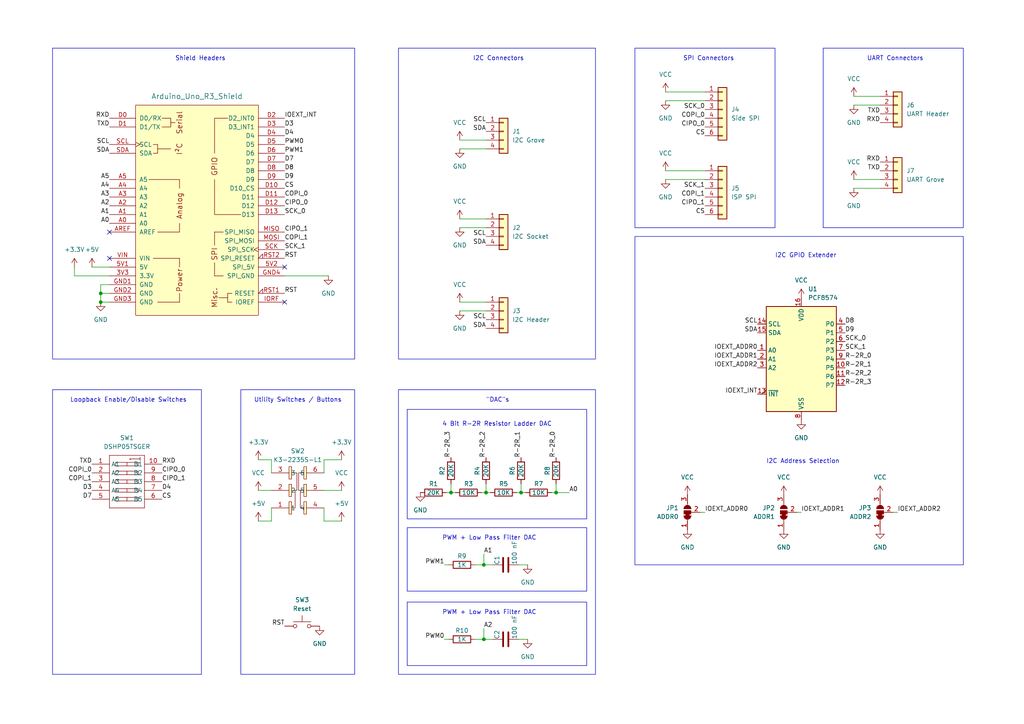
<source format=kicad_sch>
(kicad_sch (version 20230121) (generator eeschema)
  (paper "A4")
  (title_block (title "RIOT Peripheral Selftest Shield") (date "2023-08-30") (rev "0.3") (company "OVGU"))
  (lib_symbols
    (symbol "Connector_Generic:Conn_01x04" (pin_names (offset 1.016) hide)
      (property "Reference" "J" (at 0 5.08 0))
      (property "Value" "Conn_01x04" (at 0 -7.62 0))
      (symbol "Conn_01x04_1_1"
        (rectangle (start -1.27 -4.953) (end 0 -5.207) (stroke (width 0.1524)))
        (rectangle (start -1.27 -2.413) (end 0 -2.667) (stroke (width 0.1524)))
        (rectangle (start -1.27 0.127) (end 0 -0.127) (stroke (width 0.1524)))
        (rectangle (start -1.27 2.667) (end 0 2.413) (stroke (width 0.1524)))
        (rectangle (start -1.27 3.81) (end 1.27 -6.35) (stroke (width 0.254)) (fill (type background)))
        (pin passive line (at -5.08 2.54 0) (length 3.81) (name "Pin_1") (number "1"))
        (pin passive line (at -5.08 0 0) (length 3.81) (name "Pin_2") (number "2"))
        (pin passive line (at -5.08 -2.54 0) (length 3.81) (name "Pin_3") (number "3"))
        (pin passive line (at -5.08 -5.08 0) (length 3.81) (name "Pin_4") (number "4"))
      )
    )
    (symbol "Connector_Generic:Conn_01x06" (pin_names (offset 1.016) hide)
      (property "Reference" "J" (at 0 7.62 0))
      (property "Value" "Conn_01x06" (at 0 -10.16 0))
      (symbol "Conn_01x06_1_1"
        (rectangle (start -1.27 -7.493) (end 0 -7.747) (stroke (width 0.1524)))
        (rectangle (start -1.27 -4.953) (end 0 -5.207) (stroke (width 0.1524)))
        (rectangle (start -1.27 -2.413) (end 0 -2.667) (stroke (width 0.1524)))
        (rectangle (start -1.27 0.127) (end 0 -0.127) (stroke (width 0.1524)))
        (rectangle (start -1.27 2.667) (end 0 2.413) (stroke (width 0.1524)))
        (rectangle (start -1.27 5.207) (end 0 4.953) (stroke (width 0.1524)))
        (rectangle (start -1.27 6.35) (end 1.27 -8.89) (stroke (width 0.254)) (fill (type background)))
        (pin passive line (at -5.08 5.08 0) (length 3.81) (name "Pin_1") (number "1"))
        (pin passive line (at -5.08 2.54 0) (length 3.81) (name "Pin_2") (number "2"))
        (pin passive line (at -5.08 0 0) (length 3.81) (name "Pin_3") (number "3"))
        (pin passive line (at -5.08 -2.54 0) (length 3.81) (name "Pin_4") (number "4"))
        (pin passive line (at -5.08 -5.08 0) (length 3.81) (name "Pin_5") (number "5"))
        (pin passive line (at -5.08 -7.62 0) (length 3.81) (name "Pin_6") (number "6"))
      )
    )
    (symbol "Custom Symbols:Arduino_Uno_R3_Shield" (pin_names (offset 1.016))
      (property "Reference" "XA1" (at 0 35.56 0))
      (property "Value" "Arduino UNO Headers" (at 0 33.02 0))
      (symbol "Arduino_Uno_R3_Shield_0_0"
        (rectangle (start -17.78 30.48) (end 17.78 -30.48) (fill (type background)))
        (rectangle (start -12.7 -13.97) (end -5.08 -13.97))
        (rectangle (start -11.43 -26.67) (end -5.08 -26.67))
        (polyline (pts (xy -11.43 17.78) (xy -7.62 17.78)))
        (polyline (pts (xy -7.62 25.4) (xy -6.35 25.4)))
        (polyline (pts (xy -5.08 -26.67) (xy -5.08 -24.13)))
        (polyline (pts (xy -5.08 -15.24) (xy -5.08 -16.51)))
        (polyline (pts (xy -5.08 -13.97) (xy -5.08 -15.24)))
        (polyline (pts (xy -5.08 -3.81) (xy -5.08 -6.35) (xy -11.43 -6.35)))
        (polyline (pts (xy -5.08 6.35) (xy -5.08 8.89) (xy -13.97 8.89)))
        (polyline (pts (xy 5.08 8.89) (xy 5.08 -1.27) (xy 12.7 -1.27)))
        (polyline (pts (xy 5.08 16.51) (xy 5.08 26.67) (xy 8.89 26.67)))
        (polyline (pts (xy -12.7 19.05) (xy -11.43 19.05) (xy -11.43 16.51) (xy -12.7 16.51)))
        (polyline (pts (xy -10.16 26.67) (xy -7.62 26.67) (xy -7.62 24.13) (xy -10.16 24.13)))
        (rectangle (start 5.08 -19.05) (end 5.08 -15.24))
        (rectangle (start 5.08 -19.05) (end 7.62 -19.05))
        (rectangle (start 5.08 -10.16) (end 5.08 -6.35))
        (rectangle (start 7.62 -6.35) (end 5.08 -6.35))
        (rectangle (start 8.89 -25.4) (end 6.35 -25.4))
        (rectangle (start 8.89 -24.13) (end 8.89 -26.67))
        (rectangle (start 10.16 -26.67) (end 8.89 -26.67))
        (rectangle (start 10.16 -24.13) (end 8.89 -24.13))
        (text "Analog" (at -5.08 1.27 900) (effects (font (size 1.524 1.524))))
        (text "I²C" (at -5.08 17.78 900) (effects (font (size 1.524 1.524))))
        (text "Misc." (at 5.08 -25.4 900) (effects (font (size 1.524 1.524))))
        (text "Power" (at -5.08 -20.32 900) (effects (font (size 1.524 1.524))))
        (text "Serial" (at -5.08 25.4 900) (effects (font (size 1.524 1.524))))
        (text "SPI" (at 5.08 -12.7 900) (effects (font (size 1.524 1.524))))
      )
      (symbol "Arduino_Uno_R3_Shield_1_0"
        (text "GPIO" (at 5.08 12.7 900) (effects (font (size 1.524 1.524))))
      )
      (symbol "Arduino_Uno_R3_Shield_1_1"
        (pin power_out line (at -25.4 -19.05 0) (length 7.62) (name "3.3V") (number "3V3"))
        (pin power_in line (at -25.4 -16.51 0) (length 7.62) (name "5V") (number "5V1"))
        (pin power_in line (at 25.4 -16.51 180) (length 7.62) (name "SPI_5V") (number "5V2"))
        (pin bidirectional line (at -25.4 -3.81 0) (length 7.62) (name "A0") (number "A0"))
        (pin bidirectional line (at -25.4 -1.27 0) (length 7.62) (name "A1") (number "A1"))
        (pin bidirectional line (at -25.4 1.27 0) (length 7.62) (name "A2") (number "A2"))
        (pin bidirectional line (at -25.4 3.81 0) (length 7.62) (name "A3") (number "A3"))
        (pin bidirectional line (at -25.4 6.35 0) (length 7.62) (name "A4") (number "A4"))
        (pin bidirectional line (at -25.4 8.89 0) (length 7.62) (name "A5") (number "A5"))
        (pin input line (at -25.4 -6.35 0) (length 7.62) (name "AREF") (number "AREF"))
        (pin bidirectional line (at -25.4 26.67 0) (length 7.62) (name "D0/RX") (number "D0"))
        (pin bidirectional line (at -25.4 24.13 0) (length 7.62) (name "D1/TX") (number "D1"))
        (pin bidirectional line (at 25.4 6.35 180) (length 7.62) (name "D10_CS") (number "D10"))
        (pin bidirectional line (at 25.4 3.81 180) (length 7.62) (name "D11") (number "D11"))
        (pin bidirectional line (at 25.4 1.27 180) (length 7.62) (name "D12") (number "D12"))
        (pin bidirectional line (at 25.4 -1.27 180) (length 7.62) (name "D13") (number "D13"))
        (pin bidirectional line (at 25.4 26.67 180) (length 7.62) (name "D2_INT0") (number "D2"))
        (pin bidirectional line (at 25.4 24.13 180) (length 7.62) (name "D3_INT1") (number "D3"))
        (pin bidirectional line (at 25.4 21.59 180) (length 7.62) (name "D4") (number "D4"))
        (pin bidirectional line (at 25.4 19.05 180) (length 7.62) (name "D5") (number "D5"))
        (pin bidirectional line (at 25.4 16.51 180) (length 7.62) (name "D6") (number "D6"))
        (pin bidirectional line (at 25.4 13.97 180) (length 7.62) (name "D7") (number "D7"))
        (pin bidirectional line (at 25.4 11.43 180) (length 7.62) (name "D8") (number "D8"))
        (pin bidirectional line (at 25.4 8.89 180) (length 7.62) (name "D9") (number "D9"))
        (pin power_in line (at -25.4 -21.59 0) (length 7.62) (name "GND") (number "GND1"))
        (pin power_in line (at -25.4 -24.13 0) (length 7.62) (name "GND") (number "GND2"))
        (pin power_in line (at -25.4 -26.67 0) (length 7.62) (name "GND") (number "GND3"))
        (pin power_in line (at 25.4 -19.05 180) (length 7.62) (name "SPI_GND") (number "GND4"))
        (pin output line (at 25.4 -26.67 180) (length 7.62) (name "IOREF") (number "IORF"))
        (pin input line (at 25.4 -6.35 180) (length 7.62) (name "SPI_MISO") (number "MISO"))
        (pin output line (at 25.4 -8.89 180) (length 7.62) (name "SPI_MOSI") (number "MOSI"))
        (pin open_collector input_low (at 25.4 -24.13 180) (length 7.62) (name "RESET") (number "RST1"))
        (pin open_collector input_low (at 25.4 -13.97 180) (length 7.62) (name "SPI_RESET") (number "RST2"))
        (pin output clock (at 25.4 -11.43 180) (length 7.62) (name "SPI_SCK") (number "SCK"))
        (pin bidirectional clock (at -25.4 19.05 0) (length 7.62) (name "SCL") (number "SCL"))
        (pin bidirectional line (at -25.4 16.51 0) (length 7.62) (name "SDA") (number "SDA"))
        (pin power_in line (at -25.4 -13.97 0) (length 7.62) (name "VIN") (number "VIN"))
      )
    )
    (symbol "Custom Symbols:DSHP05TSGER"
      (property "Reference" "SW" (at 0 10.16 0))
      (property "Value" "DSHP05TSGER" (at 0 -10.16 0))
      (symbol "DSHP05TSGER_0_1"
        (polyline (pts (xy -5.08 -7.62) (xy 5.08 -7.62)))
        (polyline (pts (xy -5.08 7.62) (xy -5.08 -7.62)))
        (polyline (pts (xy -3.3 -5.59) (xy -3.3 -4.57)))
        (polyline (pts (xy -3.3 -4.57) (xy 3.3 -4.57)))
        (polyline (pts (xy -3.3 -3.05) (xy -3.3 -2.03)))
        (polyline (pts (xy -3.3 -2.03) (xy 3.3 -2.03)))
        (polyline (pts (xy -3.3 -0.51) (xy -3.3 0.51)))
        (polyline (pts (xy -3.3 0.51) (xy 3.3 0.51)))
        (polyline (pts (xy -3.3 2.03) (xy -3.3 3.05)))
        (polyline (pts (xy -3.3 3.05) (xy 3.3 3.05)))
        (polyline (pts (xy -3.3 4.57) (xy -3.3 5.59)))
        (polyline (pts (xy -3.3 5.59) (xy 3.3 5.59)))
        (polyline (pts (xy 0 -4.57) (xy 0 -5.59)))
        (polyline (pts (xy 0 -2.03) (xy 0 -3.05)))
        (polyline (pts (xy 0 0.51) (xy 0 -0.51)))
        (polyline (pts (xy 0 3.05) (xy 0 2.03)))
        (polyline (pts (xy 0 5.59) (xy 0 4.57)))
        (polyline (pts (xy 0.76 6.6) (xy 3.81 6.6)))
        (polyline (pts (xy 1.02 6.35) (xy 0.76 6.6)))
        (polyline (pts (xy 3.3 -5.59) (xy -3.3 -5.59)))
        (polyline (pts (xy 3.3 -4.57) (xy 3.3 -5.59)))
        (polyline (pts (xy 3.3 -3.05) (xy -3.3 -3.05)))
        (polyline (pts (xy 3.3 -2.03) (xy 3.3 -3.05)))
        (polyline (pts (xy 3.3 -0.51) (xy -3.3 -0.51)))
        (polyline (pts (xy 3.3 0.51) (xy 3.3 -0.51)))
        (polyline (pts (xy 3.3 2.03) (xy -3.3 2.03)))
        (polyline (pts (xy 3.3 3.05) (xy 3.3 2.03)))
        (polyline (pts (xy 3.3 4.57) (xy -3.3 4.57)))
        (polyline (pts (xy 3.3 5.59) (xy 3.3 4.57)))
        (polyline (pts (xy 3.81 7.11) (xy 3.81 6.1)))
        (polyline (pts (xy 5.08 -7.62) (xy 5.08 7.62)))
        (polyline (pts (xy 5.08 7.62) (xy -5.08 7.62)))
        (pin input line (at 10.16 2.54 180) (length 5.08) (name "B2") (number "9"))
      )
      (symbol "DSHP05TSGER_1_1"
        (pin passive line (at -10.16 5.08 0) (length 5.08) (name "A1") (number "1"))
        (pin passive line (at 10.16 5.08 180) (length 5.08) (name "B1") (number "10"))
        (pin passive line (at -10.16 2.54 0) (length 5.08) (name "A2") (number "2"))
        (pin passive line (at -10.16 0 0) (length 5.08) (name "A3") (number "3"))
        (pin passive line (at -10.16 -2.54 0) (length 5.08) (name "A4") (number "4"))
        (pin passive line (at -10.16 -5.08 0) (length 5.08) (name "A5") (number "5"))
        (pin passive line (at 10.16 -5.08 180) (length 5.08) (name "B5") (number "6"))
        (pin passive line (at 10.16 -2.54 180) (length 5.08) (name "B4") (number "7"))
        (pin passive line (at 10.16 0 180) (length 5.08) (name "B3") (number "8"))
      )
    )
    (symbol "Custom Symbols:K3-2235S-L1"
      (property "Reference" "SW" (at 0 12.7 0))
      (property "Value" "K3-2235S-L1" (at 0 -12.7 0))
      (symbol "K3-2235S-L1_0_1"
        (rectangle (start -6.86 -1.78) (end -3.3 -2.54) (fill (type background)))
        (rectangle (start -6.86 2.54) (end -3.3 1.78) (fill (type background)))
        (rectangle (start -1.78 -1.78) (end 1.78 -2.54) (fill (type background)))
        (rectangle (start -1.78 2.54) (end 1.78 1.78) (fill (type background)))
        (polyline (pts (xy -5.08 -1.78) (xy -5.08 -0.76) (xy 0 -0.76) (xy 0 -1.78)))
        (polyline (pts (xy -5.08 1.78) (xy -5.08 0.76) (xy 0 0.76) (xy 0 1.78)))
        (polyline (pts (xy 0 -0.76) (xy 0 -0.25) (xy 5.08 -0.25) (xy 5.08 -1.78)))
        (polyline (pts (xy 0 0.76) (xy 0 0.25) (xy 5.08 0.25) (xy 5.08 1.78)))
        (rectangle (start 3.3 -1.78) (end 6.86 -2.54) (fill (type background)))
        (rectangle (start 3.3 2.54) (end 6.86 1.78) (fill (type background)))
        (pin unspecified line (at -5.08 7.62 270) (length 5.08) (name "1") (number "1"))
        (pin unspecified line (at 0 7.62 270) (length 5.08) (name "2") (number "2"))
        (pin unspecified line (at 5.08 7.62 270) (length 5.08) (name "3") (number "3"))
        (pin unspecified line (at -5.08 -7.62 90) (length 5.08) (name "4") (number "4"))
        (pin unspecified line (at 0 -7.62 90) (length 5.08) (name "5") (number "5"))
        (pin unspecified line (at 5.08 -7.62 90) (length 5.08) (name "6") (number "6"))
      )
    )
    (symbol "Device:C" (pin_numbers hide) (pin_names (offset 0.254))
      (property "Reference" "C" (at 0.635 2.54 0))
      (property "Value" "C" (at 0.635 -2.54 0))
      (symbol "C_0_1"
        (polyline (pts (xy -2.032 -0.762) (xy 2.032 -0.762)) (stroke (width 0.508)))
        (polyline (pts (xy -2.032 0.762) (xy 2.032 0.762)) (stroke (width 0.508)))
      )
      (symbol "C_1_1"
        (pin passive line (at 0 3.81 270) (length 2.794) (name "~") (number "1"))
        (pin passive line (at 0 -3.81 90) (length 2.794) (name "~") (number "2"))
      )
    )
    (symbol "Device:R" (pin_numbers hide) (pin_names (offset 0))
      (property "Reference" "R" (at 2.032 0 90))
      (property "Value" "R" (at 0 0 90))
      (symbol "R_0_1"
        (rectangle (start -1.016 -2.54) (end 1.016 2.54) (stroke (width 0.254)))
      )
      (symbol "R_1_1"
        (pin passive line (at 0 3.81 270) (length 1.27) (name "~") (number "1"))
        (pin passive line (at 0 -3.81 90) (length 1.27) (name "~") (number "2"))
      )
    )
    (symbol "Interface_Expansion:PCF8574"
      (property "Reference" "U" (at -8.89 16.51 0))
      (property "Value" "PCF8574" (at 2.54 16.51 0))
      (symbol "PCF8574_0_1"
        (rectangle (start -10.16 15.24) (end 10.16 -15.24) (stroke (width 0.254)) (fill (type background)))
      )
      (symbol "PCF8574_1_1"
        (pin input line (at -12.7 2.54 0) (length 2.54) (name "A0") (number "1"))
        (pin bidirectional line (at 12.7 -2.54 180) (length 2.54) (name "P5") (number "10"))
        (pin bidirectional line (at 12.7 -5.08 180) (length 2.54) (name "P6") (number "11"))
        (pin bidirectional line (at 12.7 -7.62 180) (length 2.54) (name "P7") (number "12"))
        (pin open_collector output_low (at -12.7 -10.16 0) (length 2.54) (name "~{INT}") (number "13"))
        (pin input line (at -12.7 10.16 0) (length 2.54) (name "SCL") (number "14"))
        (pin bidirectional line (at -12.7 7.62 0) (length 2.54) (name "SDA") (number "15"))
        (pin power_in line (at 0 17.78 270) (length 2.54) (name "VDD") (number "16"))
        (pin input line (at -12.7 0 0) (length 2.54) (name "A1") (number "2"))
        (pin input line (at -12.7 -2.54 0) (length 2.54) (name "A2") (number "3"))
        (pin bidirectional line (at 12.7 10.16 180) (length 2.54) (name "P0") (number "4"))
        (pin bidirectional line (at 12.7 7.62 180) (length 2.54) (name "P1") (number "5"))
        (pin bidirectional line (at 12.7 5.08 180) (length 2.54) (name "P2") (number "6"))
        (pin bidirectional line (at 12.7 2.54 180) (length 2.54) (name "P3") (number "7"))
        (pin power_in line (at 0 -17.78 90) (length 2.54) (name "VSS") (number "8"))
        (pin bidirectional line (at 12.7 0 180) (length 2.54) (name "P4") (number "9"))
      )
    )
    (symbol "Jumper:SolderJumper_3_Bridged12" (pin_names (offset 0) hide)
      (property "Reference" "JP" (at -2.54 -2.54 0))
      (property "Value" "SolderJumper_3_Bridged12" (at 0 2.794 0))
      (symbol "SolderJumper_3_Bridged12_0_1"
        (rectangle (start -1.016 0.508) (end -0.508 -0.508) (fill (type outline)))
        (arc (start -1.016 1.016) (mid -2.0276 0) (end -1.016 -1.016))
        (arc (start -1.016 1.016) (mid -2.0276 0) (end -1.016 -1.016) (fill (type outline)))
        (rectangle (start -0.508 1.016) (end 0.508 -1.016) (fill (type outline)))
        (polyline (pts (xy -2.54 0) (xy -2.032 0)))
        (polyline (pts (xy -1.016 1.016) (xy -1.016 -1.016)))
        (polyline (pts (xy 0 -1.27) (xy 0 -1.016)))
        (polyline (pts (xy 1.016 1.016) (xy 1.016 -1.016)))
        (polyline (pts (xy 2.54 0) (xy 2.032 0)))
        (arc (start 1.016 -1.016) (mid 2.0276 0) (end 1.016 1.016))
        (arc (start 1.016 -1.016) (mid 2.0276 0) (end 1.016 1.016) (fill (type outline)))
      )
      (symbol "SolderJumper_3_Bridged12_1_1"
        (pin passive line (at -5.08 0 0) (length 2.54) (name "A") (number "1"))
        (pin passive line (at 0 -3.81 90) (length 2.54) (name "C") (number "2"))
        (pin passive line (at 5.08 0 180) (length 2.54) (name "B") (number "3"))
      )
    )
    (symbol "Switch:SW_Push" (pin_numbers hide) (pin_names (offset 1.016) hide)
      (property "Reference" "SW" (at 1.27 2.54 0))
      (property "Value" "SW_Push" (at 0 -1.524 0))
      (symbol "SW_Push_0_1"
        (circle (center -2.032 0) (radius 0.508))
        (polyline (pts (xy 0 1.27) (xy 0 3.048)))
        (polyline (pts (xy 2.54 1.27) (xy -2.54 1.27)))
        (circle (center 2.032 0) (radius 0.508))
        (pin passive line (at -5.08 0 0) (length 2.54) (name "1") (number "1"))
        (pin passive line (at 5.08 0 180) (length 2.54) (name "2") (number "2"))
      )
    )
    (symbol "power:+3.3V" (power) (pin_names (offset 0))
      (property "Value" "+3.3V" (at 0 3.556 0))
      (symbol "+3.3V_0_1"
        (polyline (pts (xy -0.762 1.27) (xy 0 2.54)))
        (polyline (pts (xy 0 0) (xy 0 2.54)))
        (polyline (pts (xy 0 2.54) (xy 0.762 1.27)))
      )
      (symbol "+3.3V_1_1"
        (pin power_in line (at 0 0 90) (length 0) hide (name "+3.3V") (number "1"))
      )
    )
    (symbol "power:+5V" (power) (pin_names (offset 0))
      (property "Value" "+5V" (at 0 3.556 0))
      (symbol "+5V_0_1"
        (polyline (pts (xy -0.762 1.27) (xy 0 2.54)))
        (polyline (pts (xy 0 0) (xy 0 2.54)))
        (polyline (pts (xy 0 2.54) (xy 0.762 1.27)))
      )
      (symbol "+5V_1_1"
        (pin power_in line (at 0 0 90) (length 0) hide (name "+5V") (number "1"))
      )
    )
    (symbol "power:GND" (power) (pin_names (offset 0))
      (property "Value" "GND" (at 0 -3.81 0))
      (symbol "GND_0_1"
        (polyline (pts (xy 0 0) (xy 0 -1.27) (xy 1.27 -1.27) (xy 0 -2.54) (xy -1.27 -1.27) (xy 0 -1.27)))
      )
      (symbol "GND_1_1"
        (pin power_in line (at 0 0 270) (length 0) hide (name "GND") (number "1"))
      )
    )
    (symbol "power:VCC" (power) (pin_names (offset 0))
      (property "Value" "VCC" (at 0 3.81 0))
      (symbol "VCC_0_1"
        (polyline (pts (xy -0.762 1.27) (xy 0 2.54)))
        (polyline (pts (xy 0 0) (xy 0 2.54)))
        (polyline (pts (xy 0 2.54) (xy 0.762 1.27)))
      )
      (symbol "VCC_1_1"
        (pin power_in line (at 0 0 90) (length 0) hide (name "VCC") (number "1"))
      )
    )
  )
  (junction (at 140.97 142.875))
  (junction (at 140.335 185.42))
  (junction (at 151.13 142.875))
  (junction (at 140.335 163.83))
  (junction (at 130.81 142.875))
  (junction (at 161.29 142.875))
  (junction (at 29.21 87.63))
  (junction (at 29.21 85.09))
  (no_connect (at 82.55 77.47))
  (no_connect (at 31.75 67.31))
  (no_connect (at 82.55 87.63))
  (no_connect (at 31.75 74.93))
  (wire (pts (xy 29.21 87.63) (xy 29.21 85.09)))
  (wire (pts (xy 149.86 142.875) (xy 151.13 142.875)))
  (wire (pts (xy 161.29 140.335) (xy 161.29 142.875)))
  (wire (pts (xy 78.74 151.13) (xy 78.74 147.32)))
  (wire (pts (xy 140.335 163.83) (xy 140.335 160.655)))
  (wire (pts (xy 151.13 142.875) (xy 152.4 142.875)))
  (wire (pts (xy 74.93 133.35) (xy 78.74 133.35)))
  (wire (pts (xy 133.35 90.17) (xy 140.97 90.17)))
  (wire (pts (xy 93.98 137.16) (xy 93.98 133.35)))
  (wire (pts (xy 29.21 87.63) (xy 31.75 87.63)))
  (wire (pts (xy 193.04 29.21) (xy 204.47 29.21)))
  (wire (pts (xy 74.93 151.13) (xy 78.74 151.13)))
  (wire (pts (xy 21.59 80.01) (xy 21.59 77.47)))
  (wire (pts (xy 29.21 82.55) (xy 31.75 82.55)))
  (wire (pts (xy 247.65 52.07) (xy 255.27 52.07)))
  (wire (pts (xy 140.335 185.42) (xy 142.875 185.42)))
  (wire (pts (xy 93.98 142.24) (xy 99.06 142.24)))
  (wire (pts (xy 26.67 77.47) (xy 31.75 77.47)))
  (wire (pts (xy 93.98 151.13) (xy 93.98 147.32)))
  (wire (pts (xy 150.495 185.42) (xy 153.035 185.42)))
  (wire (pts (xy 203.2 148.59) (xy 204.47 148.59)))
  (wire (pts (xy 161.29 142.875) (xy 165.1 142.875)))
  (wire (pts (xy 133.35 43.18) (xy 140.97 43.18)))
  (wire (pts (xy 82.55 80.01) (xy 95.25 80.01)))
  (wire (pts (xy 74.93 142.24) (xy 78.74 142.24)))
  (wire (pts (xy 247.65 54.61) (xy 255.27 54.61)))
  (wire (pts (xy 150.495 163.83) (xy 153.035 163.83)))
  (wire (pts (xy 137.795 185.42) (xy 140.335 185.42)))
  (wire (pts (xy 128.905 185.42) (xy 130.175 185.42)))
  (wire (pts (xy 29.21 85.09) (xy 31.75 85.09)))
  (wire (pts (xy 133.35 63.5) (xy 140.97 63.5)))
  (wire (pts (xy 247.65 27.94) (xy 255.27 27.94)))
  (wire (pts (xy 160.02 142.875) (xy 161.29 142.875)))
  (wire (pts (xy 139.7 142.875) (xy 140.97 142.875)))
  (wire (pts (xy 133.35 66.04) (xy 140.97 66.04)))
  (wire (pts (xy 130.81 142.875) (xy 132.08 142.875)))
  (wire (pts (xy 193.04 52.07) (xy 204.47 52.07)))
  (wire (pts (xy 140.97 142.875) (xy 142.24 142.875)))
  (wire (pts (xy 93.98 133.35) (xy 99.06 133.35)))
  (wire (pts (xy 129.54 142.875) (xy 130.81 142.875)))
  (wire (pts (xy 31.75 80.01) (xy 21.59 80.01)))
  (wire (pts (xy 140.97 140.335) (xy 140.97 142.875)))
  (wire (pts (xy 140.335 185.42) (xy 140.335 182.245)))
  (wire (pts (xy 78.74 133.35) (xy 78.74 137.16)))
  (wire (pts (xy 137.795 163.83) (xy 140.335 163.83)))
  (wire (pts (xy 99.06 151.13) (xy 93.98 151.13)))
  (wire (pts (xy 231.14 148.59) (xy 232.41 148.59)))
  (wire (pts (xy 133.35 87.63) (xy 140.97 87.63)))
  (wire (pts (xy 151.13 140.335) (xy 151.13 142.875)))
  (wire (pts (xy 247.65 30.48) (xy 255.27 30.48)))
  (wire (pts (xy 193.04 26.67) (xy 204.47 26.67)))
  (wire (pts (xy 140.335 163.83) (xy 142.875 163.83)))
  (wire (pts (xy 29.21 85.09) (xy 29.21 82.55)))
  (wire (pts (xy 130.81 140.335) (xy 130.81 142.875)))
  (wire (pts (xy 133.35 40.64) (xy 140.97 40.64)))
  (wire (pts (xy 193.04 49.53) (xy 204.47 49.53)))
  (wire (pts (xy 259.08 148.59) (xy 260.35 148.59)))
  (wire (pts (xy 128.905 163.83) (xy 130.175 163.83)))
  (rectangle (start 15.24 113.03) (end 58.42 195.58))
  (rectangle (start 118.11 118.745) (end 170.18 150.495))
  (rectangle (start 184.15 13.97) (end 224.79 66.04))
  (rectangle (start 115.57 13.97) (end 172.72 104.14))
  (rectangle (start 115.57 113.03) (end 172.72 195.58))
  (rectangle (start 69.85 113.03) (end 102.87 195.58))
  (rectangle (start 118.11 174.625) (end 170.18 193.04))
  (rectangle (start 15.24 13.97) (end 102.87 104.14))
  (rectangle (start 118.11 153.035) (end 170.18 171.45))
  (rectangle (start 184.15 68.58) (end 279.4 163.83))
  (rectangle (start 238.76 13.97) (end 279.4 66.04))
  (text "Loopback Enable/Disable Switches" (at 20.32 116.84 0) (effects (font (size 1.27 1.27)) (justify left bottom)))
  (text "Shield Headers" (at 50.8 17.78 0) (effects (font (size 1.27 1.27)) (justify left bottom)))
  (text "SPI Connectors" (at 198.12 17.78 0) (effects (font (size 1.27 1.27)) (justify left bottom)))
  (text "I2C GPIO Extender" (at 224.79 74.93 0) (effects (font (size 1.27 1.27)) (justify left bottom)))
  (text "I2C Connectors" (at 137.16 17.78 0) (effects (font (size 1.27 1.27)) (justify left bottom)))
  (text "PWM + Low Pass Filter DAC" (at 128.27 178.435 0) (effects (font (size 1.27 1.27)) (justify left bottom)))
  (text "\"DAC\"s" (at 140.97 116.84 0) (effects (font (size 1.27 1.27)) (justify left bottom)))
  (text "4 Bit R-2R Resistor Ladder DAC" (at 128.27 123.825 0) (effects (font (size 1.27 1.27)) (justify left bottom)))
  (text "UART Connectors" (at 251.46 17.78 0) (effects (font (size 1.27 1.27)) (justify left bottom)))
  (text "I2C Address Selection" (at 222.25 134.62 0) (effects (font (size 1.27 1.27)) (justify left bottom)))
  (text "Utility Switches / Buttons" (at 73.66 116.84 0) (effects (font (size 1.27 1.27)) (justify left bottom)))
  (text "PWM + Low Pass Filter DAC" (at 128.27 156.845 0) (effects (font (size 1.27 1.27)) (justify left bottom)))
  (label "SCL" (at 140.97 35.56 180))
  (label "R-2R_2" (at 140.97 132.715 90))
  (label "R-2R_0" (at 161.29 132.715 90))
  (label "IOEXT_ADDR1" (at 219.71 104.14 180))
  (label "D3" (at 82.55 36.83 0))
  (label "R-2R_3" (at 245.11 111.76 0))
  (label "IOEXT_ADDR0" (at 219.71 101.6 180))
  (label "SCK_0" (at 204.47 31.75 180))
  (label "D9" (at 245.11 96.52 0))
  (label "D7" (at 26.67 144.78 180))
  (label "PWM0" (at 82.55 41.91 0))
  (label "CIPO_1" (at 204.47 59.69 180))
  (label "CIPO_0" (at 204.47 36.83 180))
  (label "TXD" (at 255.27 49.53 180))
  (label "COPI_1" (at 26.67 139.7 180))
  (label "A5" (at 31.75 52.07 180))
  (label "R-2R_3" (at 130.81 132.715 90))
  (label "PWM1" (at 128.905 163.83 180))
  (label "SDA" (at 140.97 38.1 180))
  (label "PWM1" (at 82.55 44.45 0))
  (label "A2" (at 31.75 59.69 180))
  (label "D8" (at 245.11 93.98 0))
  (label "COPI_1" (at 82.55 69.85 0))
  (label "PWM0" (at 128.905 185.42 180))
  (label "D4" (at 46.99 142.24 0))
  (label "COPI_0" (at 204.47 34.29 180))
  (label "CIPO_1" (at 82.55 67.31 0))
  (label "RXD" (at 255.27 46.99 180))
  (label "IOEXT_INT" (at 82.55 34.29 0))
  (label "R-2R_0" (at 245.11 104.14 0))
  (label "RXD" (at 255.27 35.56 180))
  (label "SCK_0" (at 82.55 62.23 0))
  (label "IOEXT_ADDR2" (at 219.71 106.68 180))
  (label "TXD" (at 26.67 134.62 180))
  (label "A3" (at 31.75 57.15 180))
  (label "IOEXT_ADDR2" (at 260.35 148.59 0))
  (label "A0" (at 165.1 142.875 0))
  (label "CIPO_0" (at 46.99 137.16 0))
  (label "CS" (at 204.47 62.23 180))
  (label "SDA" (at 31.75 44.45 180))
  (label "A1" (at 31.75 62.23 180))
  (label "COPI_0" (at 82.55 57.15 0))
  (label "SCL" (at 140.97 68.58 180))
  (label "RST" (at 82.55 85.09 0))
  (label "R-2R_1" (at 245.11 106.68 0))
  (label "CS" (at 204.47 39.37 180))
  (label "CIPO_1" (at 46.99 139.7 0))
  (label "SDA" (at 219.71 96.52 180))
  (label "D3" (at 26.67 142.24 180))
  (label "IOEXT_ADDR0" (at 204.47 148.59 0))
  (label "CS" (at 82.55 54.61 0))
  (label "IOEXT_ADDR1" (at 232.41 148.59 0))
  (label "D9" (at 82.55 52.07 0))
  (label "RST" (at 82.55 181.61 180))
  (label "CS" (at 46.99 144.78 0))
  (label "RXD" (at 31.75 34.29 180))
  (label "TXD" (at 31.75 36.83 180))
  (label "RXD" (at 46.99 134.62 0))
  (label "SCK_1" (at 245.11 101.6 0))
  (label "R-2R_1" (at 151.13 132.715 90))
  (label "A0" (at 31.75 64.77 180))
  (label "IOEXT_INT" (at 219.71 114.3 180))
  (label "SCK_1" (at 204.47 54.61 180))
  (label "D8" (at 82.55 49.53 0))
  (label "COPI_0" (at 26.67 137.16 180))
  (label "SDA" (at 140.97 71.12 180))
  (label "RST" (at 82.55 74.93 0))
  (label "A1" (at 140.335 160.655 0))
  (label "SDA" (at 140.97 95.25 180))
  (label "A4" (at 31.75 54.61 180))
  (label "CIPO_0" (at 82.55 59.69 0))
  (label "R-2R_2" (at 245.11 109.22 0))
  (label "SCL" (at 140.97 92.71 180))
  (label "SCK_1" (at 82.55 72.39 0))
  (label "SCL" (at 31.75 41.91 180))
  (label "COPI_1" (at 204.47 57.15 180))
  (label "TXD" (at 255.27 33.02 180))
  (label "D4" (at 82.55 39.37 0))
  (label "D7" (at 82.55 46.99 0))
  (label "A2" (at 140.335 182.245 0))
  (label "SCK_0" (at 245.11 99.06 0))
  (label "SCL" (at 219.71 93.98 180))
  (symbol (lib_id "power:VCC") (at 227.33 143.51 0) (unit 1)
    (property "Reference" "#PWR014" (effects hide))
    (property "Value" "VCC" (at 227.33 138.43 0))
  )
  (symbol (lib_id "Device:R") (at 130.81 136.525 180) (unit 1)
    (property "Reference" "R2" (at 128.27 136.525 90))
    (property "Value" "20K" (at 130.81 136.525 90))
    (property "Footprint" "Resistor_SMD:R_0805_2012Metric" (effects hide))
    (property "LCSC Part" "C4328" (effects hide))
  )
  (symbol (lib_id "power:GND") (at 193.04 29.21 0) (unit 1)
    (property "Reference" "#PWR027" (effects hide))
    (property "Value" "GND" (at 193.04 34.29 0))
  )
  (symbol (lib_id "Device:R") (at 146.05 142.875 90) (unit 1)
    (property "Reference" "R5" (at 146.05 140.335 90))
    (property "Value" "10K" (at 146.05 142.875 90))
    (property "Footprint" "Resistor_SMD:R_0805_2012Metric" (effects hide))
    (property "LCSC Part" "C17414" (effects hide))
  )
  (symbol (lib_id "Device:R") (at 140.97 136.525 180) (unit 1)
    (property "Reference" "R4" (at 138.43 136.525 90))
    (property "Value" "20K" (at 140.97 136.525 90))
    (property "Footprint" "Resistor_SMD:R_0805_2012Metric" (effects hide))
    (property "LCSC Part" "C4328" (effects hide))
  )
  (symbol (lib_id "power:VCC") (at 255.27 143.51 0) (unit 1)
    (property "Reference" "#PWR018" (effects hide))
    (property "Value" "VCC" (at 255.27 138.43 0))
  )
  (symbol (lib_id "Custom Symbols:DSHP05TSGER") (at 36.83 139.7 0) (unit 1)
    (property "Reference" "SW1" (at 36.83 127 0))
    (property "Value" "DSHP05TSGER" (at 36.83 129.54 0))
    (property "Footprint" "Custom Footprints:SW-SMD_10P_DSHP05TSGET" (effects hide))
    (property "Datasheet" "https://lcsc.com/product-detail/DIP-Switches_1-27mm-5-DIP-switch_C54955.html" (effects hide))
    (property "LCSC Part" "C54955" (effects hide))
  )
  (symbol (lib_id "Connector_Generic:Conn_01x06") (at 209.55 54.61 0) (unit 1)
    (property "Reference" "J5" (at 212.09 54.61 0) (effects (justify left)))
    (property "Value" "ISP SPI" (at 212.09 57.15 0) (effects (justify left)))
    (property "Footprint" "Connector_PinHeader_2.54mm:PinHeader_2x03_P2.54mm_Vertical" (effects hide))
  )
  (symbol (lib_id "Device:R") (at 135.89 142.875 90) (unit 1)
    (property "Reference" "R3" (at 135.89 140.335 90))
    (property "Value" "10K" (at 135.89 142.875 90))
    (property "Footprint" "Resistor_SMD:R_0805_2012Metric" (effects hide))
    (property "LCSC Part" "C17414" (effects hide))
  )
  (symbol (lib_id "power:+5V") (at 99.06 151.13 0) (unit 1)
    (property "Reference" "#PWR04" (effects hide))
    (property "Value" "+5V" (at 99.06 146.05 0))
  )
  (symbol (lib_id "power:GND") (at 133.35 43.18 0) (unit 1)
    (property "Reference" "#PWR021" (effects hide))
    (property "Value" "GND" (at 133.35 48.26 0))
  )
  (symbol (lib_id "power:GND") (at 227.33 153.67 0) (unit 1)
    (property "Reference" "#PWR015" (effects hide))
    (property "Value" "GND" (at 227.33 158.75 0))
  )
  (symbol (lib_id "power:GND") (at 255.27 153.67 0) (unit 1)
    (property "Reference" "#PWR019" (effects hide))
    (property "Value" "GND" (at 255.27 158.75 0))
  )
  (symbol (lib_id "power:GND") (at 29.21 87.63 0) (unit 1)
    (property "Reference" "#PWR03" (effects hide))
    (property "Value" "GND" (at 29.21 92.71 0))
  )
  (symbol (lib_id "power:VCC") (at 133.35 40.64 0) (unit 1)
    (property "Reference" "#PWR020" (effects hide))
    (property "Value" "VCC" (at 133.35 35.56 0))
  )
  (symbol (lib_id "power:VCC") (at 247.65 27.94 0) (unit 1)
    (property "Reference" "#PWR030" (effects hide))
    (property "Value" "VCC" (at 247.65 22.86 0))
  )
  (symbol (lib_id "power:GND") (at 232.41 121.92 0) (unit 1)
    (property "Reference" "#PWR017" (effects hide))
    (property "Value" "GND" (at 232.41 127 0))
  )
  (symbol (lib_id "power:+5V") (at 26.67 77.47 0) (unit 1)
    (property "Reference" "#PWR02" (effects hide))
    (property "Value" "+5V" (at 26.67 72.39 0))
  )
  (symbol (lib_id "Connector_Generic:Conn_01x04") (at 260.35 30.48 0) (unit 1)
    (property "Reference" "J6" (at 262.89 30.48 0) (effects (justify left)))
    (property "Value" "UART Header" (at 262.89 33.02 0) (effects (justify left)))
    (property "Footprint" "Connector_PinHeader_2.54mm:PinHeader_1x04_P2.54mm_Vertical" (effects hide))
  )
  (symbol (lib_id "Device:R") (at 156.21 142.875 90) (unit 1)
    (property "Reference" "R7" (at 156.21 140.335 90))
    (property "Value" "10K" (at 156.21 142.875 90))
    (property "Footprint" "Resistor_SMD:R_0805_2012Metric" (effects hide))
    (property "LCSC Part" "C17414" (effects hide))
  )
  (symbol (lib_id "power:VCC") (at 199.39 143.51 0) (unit 1)
    (property "Reference" "#PWR012" (effects hide))
    (property "Value" "VCC" (at 199.39 138.43 0))
  )
  (symbol (lib_id "Device:R") (at 133.985 163.83 90) (unit 1)
    (property "Reference" "R9" (at 133.985 161.29 90))
    (property "Value" "1K" (at 133.985 163.83 90))
    (property "Footprint" "Resistor_SMD:R_0805_2012Metric" (effects hide))
    (property "Datasheet" "https://jlcpcb.com/partdetail/18201-0805W8F1001T5E/C17513" (effects hide))
    (property "LCSC Part" "C17513" (effects hide))
  )
  (symbol (lib_id "power:+3.3V") (at 21.59 77.47 0) (unit 1)
    (property "Reference" "#PWR01" (effects hide))
    (property "Value" "+3.3V" (at 21.59 72.39 0))
  )
  (symbol (lib_id "power:GND") (at 247.65 30.48 0) (unit 1)
    (property "Reference" "#PWR031" (effects hide))
    (property "Value" "GND" (at 247.65 35.56 0))
  )
  (symbol (lib_id "power:GND") (at 153.035 185.42 0) (unit 1)
    (property "Reference" "#PWR034" (effects hide))
    (property "Value" "GND" (at 153.035 190.5 0))
  )
  (symbol (lib_id "power:GND") (at 247.65 54.61 0) (unit 1)
    (property "Reference" "#PWR033" (effects hide))
    (property "Value" "GND" (at 247.65 59.69 0))
  )
  (symbol (lib_id "Custom Symbols:Arduino_Uno_R3_Shield") (at 57.15 60.96 0) (unit 1)
    (property "Reference" "XA1" (effects hide))
    (property "Value" "Arduino_Uno_R3_Shield" (at 57.15 27.94 0) (effects (font (size 1.524 1.524))))
    (property "Footprint" "Custom Footprints:Arduino_Uno_R3_Shield" (effects hide))
    (property "Datasheet" "https://docs.arduino.cc/hardware/uno-rev3" (effects hide))
  )
  (symbol (lib_id "power:VCC") (at 232.41 86.36 0) (unit 1)
    (property "Reference" "#PWR016" (effects hide))
    (property "Value" "VCC" (at 232.41 81.28 0))
  )
  (symbol (lib_id "power:VCC") (at 193.04 49.53 0) (unit 1)
    (property "Reference" "#PWR028" (effects hide))
    (property "Value" "VCC" (at 193.04 44.45 0))
  )
  (symbol (lib_id "Interface_Expansion:PCF8574") (at 232.41 104.14 0) (unit 1)
    (property "Reference" "U1" (at 234.3659 83.82 0) (effects (justify left)))
    (property "Value" "PCF8574" (at 234.3659 86.36 0) (effects (justify left)))
    (property "Footprint" "Custom Footprints:SOIC-16_L9.9-W3.9-P1.27-LS6.0-BL-1" (effects hide))
    (property "Datasheet" "https://jlcpcb.com/partdetail/Hgsemi-PCF8574MTR/C5310792" (effects hide))
    (property "LCSC Part" "C5310792" (effects hide))
  )
  (symbol (lib_id "power:+3.3V") (at 99.06 133.35 0) (unit 1)
    (property "Reference" "#PWR07" (effects hide))
    (property "Value" "+3.3V" (at 99.06 128.27 0))
  )
  (symbol (lib_id "Jumper:SolderJumper_3_Bridged12") (at 199.39 148.59 90) (unit 1)
    (property "Reference" "JP1" (at 196.85 147.32 90) (effects (justify left)))
    (property "Value" "ADDR0" (at 196.85 149.86 90) (effects (justify left)))
    (property "Footprint" "Jumper:SolderJumper-3_P1.3mm_Bridged12_RoundedPad1.0x1.5mm_NumberLabels" (effects hide))
  )
  (symbol (lib_id "Custom Symbols:K3-2235S-L1") (at 86.36 142.24 90) (unit 1)
    (property "Reference" "SW2" (at 86.36 130.81 90))
    (property "Value" "K3-2235S-L1" (at 86.36 133.35 90))
    (property "Footprint" "Custom Footprints:SW-TH_K3-2235S-L1" (effects hide))
    (property "Datasheet" "https://lcsc.com/product-detail/Toggle-Switches_Korean-Hroparts-Elec-K3-2235S-L1_C188179.html" (effects hide))
    (property "LCSC Part" "C188179" (effects hide))
  )
  (symbol (lib_id "Jumper:SolderJumper_3_Bridged12") (at 255.27 148.59 90) (unit 1)
    (property "Reference" "JP3" (at 252.73 147.32 90) (effects (justify left)))
    (property "Value" "ADDR2" (at 252.73 149.86 90) (effects (justify left)))
    (property "Footprint" "Jumper:SolderJumper-3_P1.3mm_Bridged12_RoundedPad1.0x1.5mm_NumberLabels" (effects hide))
  )
  (symbol (lib_id "power:VCC") (at 133.35 87.63 0) (unit 1)
    (property "Reference" "#PWR024" (effects hide))
    (property "Value" "VCC" (at 133.35 82.55 0))
  )
  (symbol (lib_id "power:VCC") (at 74.93 142.24 0) (unit 1)
    (property "Reference" "#PWR06" (effects hide))
    (property "Value" "VCC" (at 74.93 137.16 0))
  )
  (symbol (lib_id "power:GND") (at 153.035 163.83 0) (unit 1)
    (property "Reference" "#PWR010" (effects hide))
    (property "Value" "GND" (at 153.035 168.91 0))
  )
  (symbol (lib_id "Device:C") (at 146.685 163.83 90) (unit 1)
    (property "Reference" "C1" (at 144.145 163.83 0) (effects (justify left)))
    (property "Value" "100 nF" (at 149.225 163.83 0) (effects (justify left)))
    (property "Footprint" "Capacitor_SMD:C_0805_2012Metric" (effects hide))
    (property "Datasheet" "https://jlcpcb.com/partdetail/Yageo-CC0805KRX7R9BB104/C49678" (effects hide))
    (property "LCSC Part" "C49678" (effects hide))
  )
  (symbol (lib_id "Connector_Generic:Conn_01x04") (at 146.05 38.1 0) (unit 1)
    (property "Reference" "J1" (at 148.59 38.1 0) (effects (justify left)))
    (property "Value" "I2C Grove" (at 148.59 40.64 0) (effects (justify left)))
    (property "Footprint" "Custom Footprints:grove_i2c" (effects hide))
  )
  (symbol (lib_id "Connector_Generic:Conn_01x04") (at 146.05 90.17 0) (unit 1)
    (property "Reference" "J3" (at 148.59 90.17 0) (effects (justify left)))
    (property "Value" "I2C Header" (at 148.59 92.71 0) (effects (justify left)))
    (property "Footprint" "Connector_PinHeader_2.54mm:PinHeader_1x04_P2.54mm_Vertical" (effects hide))
  )
  (symbol (lib_id "power:GND") (at 133.35 66.04 0) (unit 1)
    (property "Reference" "#PWR022" (effects hide))
    (property "Value" "GND" (at 133.35 71.12 0))
  )
  (symbol (lib_id "Device:R") (at 151.13 136.525 180) (unit 1)
    (property "Reference" "R6" (at 148.59 136.525 90))
    (property "Value" "20K" (at 151.13 136.525 90))
    (property "Footprint" "Resistor_SMD:R_0805_2012Metric" (effects hide))
    (property "LCSC Part" "C4328" (effects hide))
  )
  (symbol (lib_id "power:VCC") (at 99.06 142.24 0) (unit 1)
    (property "Reference" "#PWR08" (effects hide))
    (property "Value" "VCC" (at 99.06 137.16 0))
  )
  (symbol (lib_id "power:VCC") (at 193.04 26.67 0) (unit 1)
    (property "Reference" "#PWR026" (effects hide))
    (property "Value" "VCC" (at 193.04 21.59 0))
  )
  (symbol (lib_id "power:GND") (at 92.71 181.61 0) (unit 1)
    (property "Reference" "#PWR011" (effects hide))
    (property "Value" "GND" (at 92.71 186.69 0))
  )
  (symbol (lib_id "power:GND") (at 199.39 153.67 0) (unit 1)
    (property "Reference" "#PWR013" (effects hide))
    (property "Value" "GND" (at 199.39 158.75 0))
  )
  (symbol (lib_id "Connector_Generic:Conn_01x06") (at 209.55 31.75 0) (unit 1)
    (property "Reference" "J4" (at 212.09 31.75 0) (effects (justify left)))
    (property "Value" "Side SPI" (at 212.09 34.29 0) (effects (justify left)))
    (property "Footprint" "Connector_PinHeader_2.54mm:PinHeader_2x03_P2.54mm_Vertical" (effects hide))
  )
  (symbol (lib_id "Connector_Generic:Conn_01x04") (at 260.35 49.53 0) (unit 1)
    (property "Reference" "J7" (at 262.89 49.53 0) (effects (justify left)))
    (property "Value" "UART Grove" (at 262.89 52.07 0) (effects (justify left)))
    (property "Footprint" "Custom Footprints:grove_uart" (effects hide))
  )
  (symbol (lib_id "Device:C") (at 146.685 185.42 90) (unit 1)
    (property "Reference" "C2" (at 144.145 185.42 0) (effects (justify left)))
    (property "Value" "100 nF" (at 149.225 185.42 0) (effects (justify left)))
    (property "Footprint" "Capacitor_SMD:C_0805_2012Metric" (effects hide))
    (property "Datasheet" "https://jlcpcb.com/partdetail/Yageo-CC0805KRX7R9BB104/C49678" (effects hide))
    (property "LCSC Part" "C49678" (effects hide))
  )
  (symbol (lib_id "power:VCC") (at 133.35 63.5 0) (unit 1)
    (property "Reference" "#PWR023" (effects hide))
    (property "Value" "VCC" (at 133.35 58.42 0))
  )
  (symbol (lib_id "power:GND") (at 95.25 80.01 0) (unit 1)
    (property "Reference" "#PWR05" (effects hide))
    (property "Value" "GND" (at 95.25 85.09 0))
  )
  (symbol (lib_id "power:GND") (at 133.35 90.17 0) (unit 1)
    (property "Reference" "#PWR025" (effects hide))
    (property "Value" "GND" (at 133.35 95.25 0))
  )
  (symbol (lib_id "Switch:SW_Push") (at 87.63 181.61 0) (unit 1)
    (property "Reference" "SW3" (at 87.63 173.99 0))
    (property "Value" "Reset" (at 87.63 176.53 0))
    (property "Footprint" "Custom Footprints:SW-SMD_4P-L4.5-W4.5-P3.00-LS6.8" (effects hide))
    (property "Datasheet" "https://jlcpcb.com/partdetail/Dgbz-YTSC015A0502501B/C2844397" (effects hide))
    (property "LCSC Part" "C2844397" (effects hide))
  )
  (symbol (lib_id "power:GND") (at 121.92 142.875 0) (unit 1)
    (property "Reference" "#PWR09" (effects hide))
    (property "Value" "GND" (at 121.92 147.955 0))
  )
  (symbol (lib_id "Device:R") (at 133.985 185.42 90) (unit 1)
    (property "Reference" "R10" (at 133.985 182.88 90))
    (property "Value" "1K" (at 133.985 185.42 90))
    (property "Footprint" "Resistor_SMD:R_0805_2012Metric" (effects hide))
    (property "Datasheet" "https://jlcpcb.com/partdetail/18201-0805W8F1001T5E/C17513" (effects hide))
    (property "LCSC Part" "C17513" (effects hide))
  )
  (symbol (lib_id "power:VCC") (at 247.65 52.07 0) (unit 1)
    (property "Reference" "#PWR032" (effects hide))
    (property "Value" "VCC" (at 247.65 46.99 0))
  )
  (symbol (lib_id "power:+5V") (at 74.93 151.13 0) (unit 1)
    (property "Reference" "#PWR035" (effects hide))
    (property "Value" "+5V" (at 74.93 146.05 0))
  )
  (symbol (lib_id "Connector_Generic:Conn_01x04") (at 146.05 66.04 0) (unit 1)
    (property "Reference" "J2" (at 148.59 66.04 0) (effects (justify left)))
    (property "Value" "I2C Socket" (at 148.59 68.58 0) (effects (justify left)))
    (property "Footprint" "Connector_PinSocket_2.54mm:PinSocket_1x04_P2.54mm_Vertical" (effects hide))
  )
  (symbol (lib_id "power:GND") (at 193.04 52.07 0) (unit 1)
    (property "Reference" "#PWR029" (effects hide))
    (property "Value" "GND" (at 193.04 57.15 0))
  )
  (symbol (lib_id "Device:R") (at 161.29 136.525 180) (unit 1)
    (property "Reference" "R8" (at 158.75 136.525 90))
    (property "Value" "20K" (at 161.29 136.525 90))
    (property "Footprint" "Resistor_SMD:R_0805_2012Metric" (effects hide))
    (property "LCSC Part" "C4328" (effects hide))
  )
  (symbol (lib_id "power:+3.3V") (at 74.93 133.35 0) (unit 1)
    (property "Reference" "#PWR036" (effects hide))
    (property "Value" "+3.3V" (at 74.93 128.27 0))
  )
  (symbol (lib_id "Device:R") (at 125.73 142.875 90) (unit 1)
    (property "Reference" "R1" (at 125.73 140.335 90))
    (property "Value" "20K" (at 125.73 142.875 90))
    (property "Footprint" "Resistor_SMD:R_0805_2012Metric" (effects hide))
    (property "LCSC Part" "C4328" (effects hide))
  )
  (symbol (lib_id "Jumper:SolderJumper_3_Bridged12") (at 227.33 148.59 90) (unit 1)
    (property "Reference" "JP2" (at 224.79 147.32 90) (effects (justify left)))
    (property "Value" "ADDR1" (at 224.79 149.86 90) (effects (justify left)))
    (property "Footprint" "Jumper:SolderJumper-3_P1.3mm_Bridged12_RoundedPad1.0x1.5mm_NumberLabels" (effects hide))
  )
)
</source>
